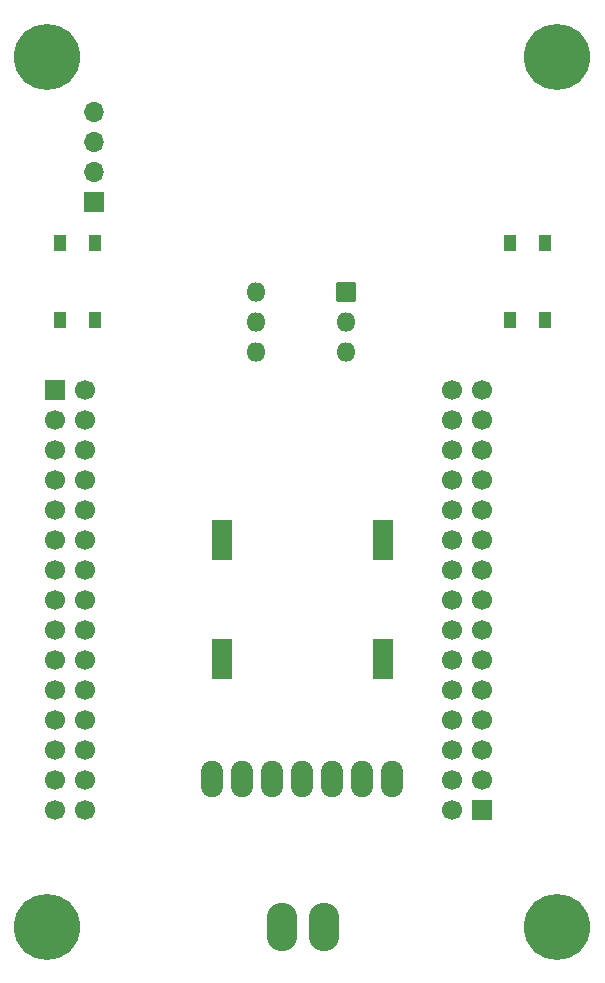
<source format=gbr>
%TF.GenerationSoftware,KiCad,Pcbnew,9.0.6*%
%TF.CreationDate,2026-01-25T13:50:41+09:00*%
%TF.ProjectId,xiaozhi-with-ken-interface,7869616f-7a68-4692-9d77-6974682d6b65,rev?*%
%TF.SameCoordinates,Original*%
%TF.FileFunction,Soldermask,Top*%
%TF.FilePolarity,Negative*%
%FSLAX46Y46*%
G04 Gerber Fmt 4.6, Leading zero omitted, Abs format (unit mm)*
G04 Created by KiCad (PCBNEW 9.0.6) date 2026-01-25 13:50:41*
%MOMM*%
%LPD*%
G01*
G04 APERTURE LIST*
G04 Aperture macros list*
%AMRoundRect*
0 Rectangle with rounded corners*
0 $1 Rounding radius*
0 $2 $3 $4 $5 $6 $7 $8 $9 X,Y pos of 4 corners*
0 Add a 4 corners polygon primitive as box body*
4,1,4,$2,$3,$4,$5,$6,$7,$8,$9,$2,$3,0*
0 Add four circle primitives for the rounded corners*
1,1,$1+$1,$2,$3*
1,1,$1+$1,$4,$5*
1,1,$1+$1,$6,$7*
1,1,$1+$1,$8,$9*
0 Add four rect primitives between the rounded corners*
20,1,$1+$1,$2,$3,$4,$5,0*
20,1,$1+$1,$4,$5,$6,$7,0*
20,1,$1+$1,$6,$7,$8,$9,0*
20,1,$1+$1,$8,$9,$2,$3,0*%
G04 Aperture macros list end*
%ADD10C,5.600000*%
%ADD11R,1.800000X3.500000*%
%ADD12RoundRect,0.050800X-0.762000X-0.762000X0.762000X-0.762000X0.762000X0.762000X-0.762000X0.762000X0*%
%ADD13O,1.625600X1.625600*%
%ADD14O,1.851600X3.101600*%
%ADD15O,2.601600X4.101600*%
%ADD16R,1.700000X1.700000*%
%ADD17C,1.700000*%
%ADD18R,1.100000X1.400000*%
%ADD19O,1.700000X1.700000*%
G04 APERTURE END LIST*
D10*
%TO.C,H1*%
X105410000Y-116840000D03*
%TD*%
%TO.C,H2*%
X62230000Y-116840000D03*
%TD*%
%TO.C,H4*%
X105410000Y-43180000D03*
%TD*%
D11*
%TO.C,SPK1*%
X90670000Y-84154001D03*
X76970000Y-84154001D03*
X76970000Y-94153999D03*
X90670000Y-94153999D03*
%TD*%
D12*
%TO.C,M1*%
X87511900Y-63119000D03*
D13*
X79891900Y-63119000D03*
X79891900Y-68199000D03*
X87511900Y-68199000D03*
X87511900Y-65659000D03*
X79891900Y-65659000D03*
%TD*%
D14*
%TO.C,U6*%
X76200000Y-104386000D03*
X78740000Y-104386000D03*
X81280000Y-104386000D03*
X83820000Y-104386000D03*
X86360000Y-104386000D03*
X88900000Y-104386000D03*
X91440000Y-104386000D03*
D15*
X85620000Y-116840000D03*
X82120000Y-116840000D03*
%TD*%
D10*
%TO.C,H3*%
X62230000Y-43180000D03*
%TD*%
D16*
%TO.C,U3*%
X62865000Y-71374000D03*
D17*
X65405000Y-71374000D03*
X62865000Y-73914000D03*
X65405000Y-73914000D03*
X62865000Y-76454000D03*
X65405000Y-76454000D03*
X62865000Y-78994000D03*
X65405000Y-78994000D03*
X62865000Y-81534000D03*
X65405000Y-81534000D03*
X62865000Y-84074000D03*
X65405000Y-84074000D03*
X62865000Y-86614000D03*
X65405000Y-86614000D03*
X62865000Y-89154000D03*
X65405000Y-89154000D03*
X62865000Y-91694000D03*
X65405000Y-91694000D03*
X62865000Y-94234000D03*
X65405000Y-94234000D03*
X62865000Y-96774000D03*
X65405000Y-96774000D03*
X62865000Y-99314000D03*
X65405000Y-99314000D03*
X62865000Y-101854000D03*
X65405000Y-101854000D03*
X62865000Y-104394000D03*
X65405000Y-104394000D03*
X62865000Y-106934000D03*
X65405000Y-106934000D03*
%TD*%
D18*
%TO.C,SW2*%
X66270000Y-58980000D03*
X66270000Y-65480000D03*
X63270000Y-58980000D03*
X63270000Y-65480000D03*
%TD*%
%TO.C,SW1*%
X104370000Y-58980000D03*
X104370000Y-65480000D03*
X101370000Y-58980000D03*
X101370000Y-65480000D03*
%TD*%
D16*
%TO.C,U5*%
X99060000Y-106934000D03*
D17*
X96520000Y-106934000D03*
X99060000Y-104394000D03*
X96520000Y-104394000D03*
X99060000Y-101854000D03*
X96520000Y-101854000D03*
X99060000Y-99314000D03*
X96520000Y-99314000D03*
X99060000Y-96774000D03*
X96520000Y-96774000D03*
X99060000Y-94234000D03*
X96520000Y-94234000D03*
X99060000Y-91694000D03*
X96520000Y-91694000D03*
X99060000Y-89154000D03*
X96520000Y-89154000D03*
X99060000Y-86614000D03*
X96520000Y-86614000D03*
X99060000Y-84074000D03*
X96520000Y-84074000D03*
X99060000Y-81534000D03*
X96520000Y-81534000D03*
X99060000Y-78994000D03*
X96520000Y-78994000D03*
X99060000Y-76454000D03*
X96520000Y-76454000D03*
X99060000Y-73914000D03*
X96520000Y-73914000D03*
X99060000Y-71374000D03*
X96520000Y-71374000D03*
%TD*%
D16*
%TO.C,J1*%
X66205000Y-55511000D03*
D19*
X66205000Y-52971000D03*
X66205000Y-50431000D03*
X66205000Y-47891000D03*
%TD*%
M02*

</source>
